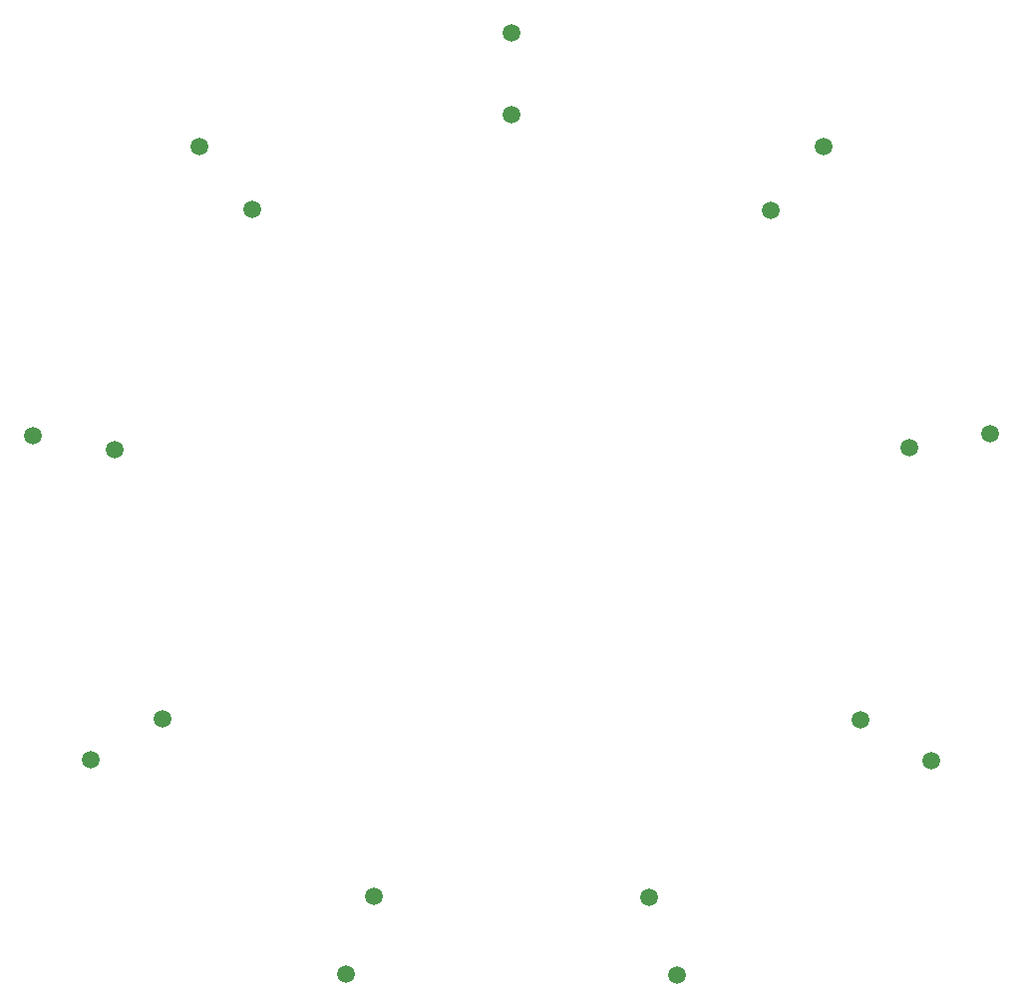
<source format=gbr>
%TF.GenerationSoftware,KiCad,Pcbnew,(5.1.9)-1*%
%TF.CreationDate,2022-02-26T00:47:13+09:00*%
%TF.ProjectId,passivemlt,70617373-6976-4656-9d6c-742e6b696361,rev?*%
%TF.SameCoordinates,Original*%
%TF.FileFunction,Soldermask,Bot*%
%TF.FilePolarity,Negative*%
%FSLAX46Y46*%
G04 Gerber Fmt 4.6, Leading zero omitted, Abs format (unit mm)*
G04 Created by KiCad (PCBNEW (5.1.9)-1) date 2022-02-26 00:47:13*
%MOMM*%
%LPD*%
G01*
G04 APERTURE LIST*
%ADD10C,1.500000*%
G04 APERTURE END LIST*
D10*
%TO.C,J9*%
X122265527Y-68718320D03*
X117766013Y-63356009D03*
%TD*%
%TO.C,J8*%
X110518981Y-89158850D03*
X103625327Y-87943313D03*
%TD*%
%TO.C,J7*%
X114598269Y-111980000D03*
X108536091Y-115480000D03*
%TD*%
%TO.C,J6*%
X132583454Y-127102830D03*
X130189313Y-133680678D03*
%TD*%
%TO.C,J5*%
X155906546Y-127182830D03*
X158300687Y-133760678D03*
%TD*%
%TO.C,J4*%
X173851731Y-112090000D03*
X179913909Y-115590000D03*
%TD*%
%TO.C,J3*%
X178021019Y-88988850D03*
X184914673Y-87773313D03*
%TD*%
%TO.C,J2*%
X166224473Y-68788320D03*
X170723987Y-63426009D03*
%TD*%
%TO.C,J1*%
X144250000Y-60720000D03*
X144250000Y-53720000D03*
%TD*%
M02*

</source>
